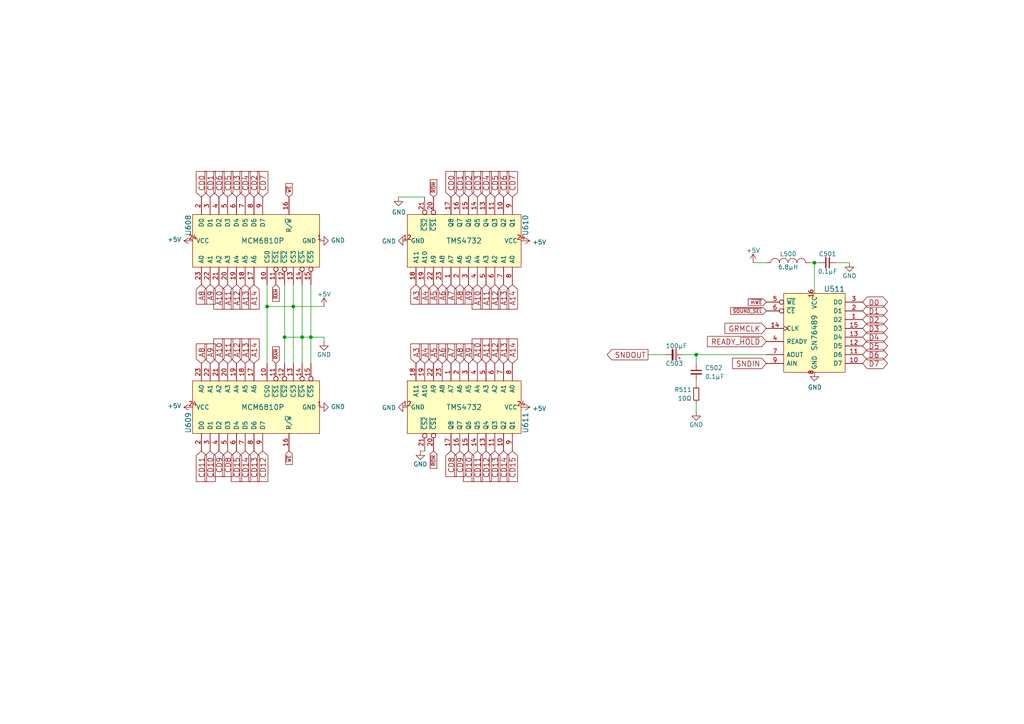
<source format=kicad_sch>
(kicad_sch (version 20250114) (generator "eeschema") (generator_version "9.0")
  (paper "A4")
  (title_block (title "TI-99/4A") (date "2022-02-18") (rev "1.1") (company "Robert Krenicki - https://github.com/rkrenicki/TI99-Motherboard") (comment 3 "Based on the HackMac KiCAD Design"))
  (lib_symbols
    (symbol "Console-rescue:+5V" (power) (pin_names (offset 0))
      (property "Value" "+5V" (at 0 3.556 0))
      (symbol "+5V_0_1"
        (polyline (pts (xy -0.762 1.27) (xy 0 2.54)))
        (polyline (pts (xy 0 2.54) (xy 0.762 1.27)))
        (polyline (pts (xy 0 0) (xy 0 2.54)))
      )
      (symbol "+5V_1_1"
        (pin power_in line (at 0 0 90) (length 0) (hide yes) (name "+5V") (number "1"))
      )
    )
    (symbol "Console-rescue:GND" (power) (pin_names (offset 0))
      (property "Value" "GND" (at 0 -3.81 0))
      (symbol "GND_0_1"
        (polyline (pts (xy 0 0) (xy 0 -1.27) (xy 1.27 -1.27) (xy 0 -2.54) (xy -1.27 -1.27) (xy 0 -1.27)))
      )
      (symbol "GND_1_1"
        (pin power_in line (at 0 0 270) (length 0) (hide yes) (name "GND") (number "1"))
      )
    )
    (symbol "Console-rescue:INDUCTOR_SMALL" (pin_numbers (hide yes)) (pin_names (offset 0) (hide yes))
      (property "Reference" "L" (at 0 2.54 0))
      (property "Value" "INDUCTOR_SMALL" (at 0 -1.27 0))
      (symbol "INDUCTOR_SMALL_0_1"
        (arc (start -5.08 0) (mid -3.81 1.2645) (end -2.54 0))
        (arc (start -2.54 0) (mid -1.27 1.2645) (end 0 0))
        (arc (start 0 0) (mid 1.27 1.2645) (end 2.54 0))
        (arc (start 2.54 0) (mid 3.81 1.2645) (end 5.08 0))
      )
      (symbol "INDUCTOR_SMALL_1_1"
        (pin input line (at -6.35 0 0) (length 1.27) (name "1") (number "1"))
        (pin input line (at 6.35 0 180) (length 1.27) (name "2") (number "2"))
      )
    )
    (symbol "Console-rescue:R_Small" (pin_numbers (hide yes)) (pin_names (offset 0.254) (hide yes))
      (property "Reference" "R" (at 0.762 0.508 0))
      (property "Value" "R_Small" (at 0.762 -1.016 0))
      (symbol "R_Small_0_1"
        (rectangle (start -0.762 1.778) (end 0.762 -1.778) (stroke (width 0.2032)))
      )
      (symbol "R_Small_1_1"
        (pin passive line (at 0 2.54 270) (length 0.762) (name "~") (number "1"))
        (pin passive line (at 0 -2.54 90) (length 0.762) (name "~") (number "2"))
      )
    )
    (symbol "Device:CP_Small" (pin_numbers (hide yes)) (pin_names (offset 0.254) (hide yes))
      (property "Reference" "C" (at 0.254 1.778 0))
      (property "Value" "Device_CP_Small" (at 0.254 -2.032 0))
      (symbol "CP_Small_0_1"
        (rectangle (start -1.524 0.6858) (end 1.524 0.3048))
        (rectangle (start -1.524 -0.3048) (end 1.524 -0.6858) (fill (type outline)))
        (polyline (pts (xy -1.27 1.524) (xy -0.762 1.524)))
        (polyline (pts (xy -1.016 1.27) (xy -1.016 1.778)))
      )
      (symbol "CP_Small_1_1"
        (pin passive line (at 0 2.54 270) (length 1.8542) (name "~") (number "1"))
        (pin passive line (at 0 -2.54 90) (length 1.8542) (name "~") (number "2"))
      )
    )
    (symbol "TI-Customs:C_Small" (pin_numbers (hide yes)) (pin_names (offset 0.254) (hide yes))
      (property "Reference" "C" (at 0.254 1.778 0))
      (property "Value" "C_Small" (at 0.254 -2.032 0))
      (symbol "C_Small_0_1"
        (polyline (pts (xy -1.524 0.508) (xy 1.524 0.508)) (stroke (width 0.3048)))
        (polyline (pts (xy -1.524 -0.508) (xy 1.524 -0.508)) (stroke (width 0.3302)))
      )
      (symbol "C_Small_1_1"
        (pin passive line (at 0 2.54 270) (length 1.905) (name "~") (number "1"))
        (pin passive line (at 0 -2.54 90) (length 2.032) (name "~") (number "2"))
      )
    )
    (symbol "TI-Customs:MCM6810P" (pin_names (offset 1.016))
      (property "Reference" "U" (at 7.62 21.59 0))
      (property "Value" "MCM6810P" (at 0 0 90))
      (symbol "MCM6810P_0_1"
        (rectangle (start -7.62 20.32) (end 7.62 -16.51) (fill (type background)))
      )
      (symbol "MCM6810P_1_1"
        (pin input line (at -12.7 17.78 0) (length 5.08) (name "A0") (number "23"))
        (pin input line (at -12.7 15.24 0) (length 5.08) (name "A1") (number "22"))
        (pin input line (at -12.7 12.7 0) (length 5.08) (name "A2") (number "21"))
        (pin input line (at -12.7 10.16 0) (length 5.08) (name "A3") (number "20"))
        (pin input line (at -12.7 7.62 0) (length 5.08) (name "A4") (number "19"))
        (pin input line (at -12.7 5.08 0) (length 5.08) (name "A5") (number "18"))
        (pin input line (at -12.7 2.54 0) (length 5.08) (name "A6") (number "17"))
        (pin input line (at -12.7 -1.27 0) (length 5.08) (name "CS0") (number "10"))
        (pin input inverted (at -12.7 -3.81 0) (length 5.08) (name "~{CS1}") (number "11"))
        (pin input inverted (at -12.7 -6.35 0) (length 5.08) (name "~{CS2}") (number "12"))
        (pin input line (at -12.7 -8.89 0) (length 5.08) (name "CS3") (number "13"))
        (pin input inverted (at -12.7 -11.43 0) (length 5.08) (name "~{CS4}") (number "14"))
        (pin input inverted (at -12.7 -13.97 0) (length 5.08) (name "~{CS5}") (number "15"))
        (pin power_in line (at 0 20.32 270) (length 0) (name "VCC") (number "24"))
        (pin power_in line (at 0 -16.51 90) (length 0) (name "GND") (number "1"))
        (pin bidirectional line (at 12.7 17.78 180) (length 5.08) (name "D0") (number "2"))
        (pin bidirectional line (at 12.7 15.24 180) (length 5.08) (name "D1") (number "3"))
        (pin bidirectional line (at 12.7 12.7 180) (length 5.08) (name "D2") (number "4"))
        (pin bidirectional line (at 12.7 10.16 180) (length 5.08) (name "D3") (number "5"))
        (pin bidirectional line (at 12.7 7.62 180) (length 5.08) (name "D4") (number "6"))
        (pin bidirectional line (at 12.7 5.08 180) (length 5.08) (name "D5") (number "7"))
        (pin bidirectional line (at 12.7 2.54 180) (length 5.08) (name "D6") (number "8"))
        (pin bidirectional line (at 12.7 0 180) (length 5.08) (name "D7") (number "9"))
        (pin input line (at 12.7 -7.62 180) (length 5.08) (name "R/~{W}") (number "16"))
      )
    )
    (symbol "TI-Customs:SN76489" (pin_names (offset 0.762))
      (property "Reference" "U" (at 8.89 12.7 0))
      (property "Value" "SN76489" (at 0 0 90))
      (symbol "SN76489_0_1"
        (rectangle (start -8.89 11.43) (end 8.89 -11.43) (fill (type background)))
      )
      (symbol "SN76489_1_1"
        (pin input inverted (at -13.97 8.89 0) (length 5.08) (name "~{WE}") (number "5"))
        (pin input inverted (at -13.97 6.35 0) (length 5.08) (name "~{CE}") (number "6"))
        (pin input clock (at -13.97 1.27 0) (length 5.08) (name "CLK") (number "14"))
        (pin output line (at -13.97 -2.54 0) (length 5.08) (name "READY") (number "4"))
        (pin output line (at -13.97 -6.35 0) (length 5.08) (name "AOUT") (number "7"))
        (pin input line (at -13.97 -8.89 0) (length 5.08) (name "AIN") (number "9"))
        (pin power_in line (at 0 11.43 270) (length 0) (name "VCC") (number "16"))
        (pin power_in line (at 0 -11.43 90) (length 0) (name "GND") (number "8"))
        (pin bidirectional line (at 13.97 8.89 180) (length 5.08) (name "D0") (number "3"))
        (pin bidirectional line (at 13.97 6.35 180) (length 5.08) (name "D1") (number "2"))
        (pin bidirectional line (at 13.97 3.81 180) (length 5.08) (name "D2") (number "1"))
        (pin bidirectional line (at 13.97 1.27 180) (length 5.08) (name "D3") (number "15"))
        (pin bidirectional line (at 13.97 -1.27 180) (length 5.08) (name "D4") (number "13"))
        (pin bidirectional line (at 13.97 -3.81 180) (length 5.08) (name "D5") (number "12"))
        (pin bidirectional line (at 13.97 -6.35 180) (length 5.08) (name "D6") (number "11"))
        (pin bidirectional line (at 13.97 -8.89 180) (length 5.08) (name "D7") (number "10"))
      )
    )
    (symbol "TI-Customs:TMS4732" (pin_names (offset 1.016))
      (property "Reference" "U" (at 7.62 17.78 0))
      (property "Value" "TMS4732" (at 0 0 90))
      (symbol "TMS4732_0_1"
        (rectangle (start -7.62 16.51) (end 7.62 -16.51) (fill (type background)))
      )
      (symbol "TMS4732_1_1"
        (pin input line (at -12.7 13.97 0) (length 5.08) (name "A0") (number "8"))
        (pin input line (at -12.7 11.43 0) (length 5.08) (name "A1") (number "7"))
        (pin input line (at -12.7 8.89 0) (length 5.08) (name "A2") (number "6"))
        (pin input line (at -12.7 6.35 0) (length 5.08) (name "A3") (number "5"))
        (pin input line (at -12.7 3.81 0) (length 5.08) (name "A4") (number "4"))
        (pin input line (at -12.7 1.27 0) (length 5.08) (name "A5") (number "3"))
        (pin input line (at -12.7 -1.27 0) (length 5.08) (name "A6") (number "2"))
        (pin input line (at -12.7 -3.81 0) (length 5.08) (name "A7") (number "1"))
        (pin input line (at -12.7 -6.35 0) (length 5.08) (name "A8") (number "23"))
        (pin input line (at -12.7 -8.89 0) (length 5.08) (name "A9") (number "22"))
        (pin input line (at -12.7 -11.43 0) (length 5.08) (name "A10") (number "19"))
        (pin input line (at -12.7 -13.97 0) (length 5.08) (name "A11") (number "18"))
        (pin power_in line (at 0 16.51 270) (length 0) (name "VCC") (number "24"))
        (pin power_in line (at 0 -16.51 90) (length 0) (name "GND") (number "12"))
        (pin bidirectional line (at 12.7 13.97 180) (length 5.08) (name "Q1") (number "9"))
        (pin bidirectional line (at 12.7 11.43 180) (length 5.08) (name "Q2") (number "10"))
        (pin bidirectional line (at 12.7 8.89 180) (length 5.08) (name "Q3") (number "11"))
        (pin bidirectional line (at 12.7 6.35 180) (length 5.08) (name "Q4") (number "13"))
        (pin bidirectional line (at 12.7 3.81 180) (length 5.08) (name "Q5") (number "14"))
        (pin bidirectional line (at 12.7 1.27 180) (length 5.08) (name "Q6") (number "15"))
        (pin bidirectional line (at 12.7 -1.27 180) (length 5.08) (name "Q7") (number "16"))
        (pin bidirectional line (at 12.7 -3.81 180) (length 5.08) (name "Q8") (number "17"))
        (pin input inverted (at 12.7 -8.89 180) (length 5.08) (name "~{CS1}") (number "20"))
        (pin input inverted (at 12.7 -11.43 180) (length 5.08) (name "~{CS2}") (number "21"))
      )
    )
  )
  (junction (at 90.17 97.79))
  (junction (at 77.47 88.9))
  (junction (at 87.63 97.79))
  (junction (at 82.55 97.79))
  (junction (at 236.22 76.2))
  (junction (at 85.09 88.9))
  (junction (at 201.93 102.87))
  (wire (pts (xy 82.55 97.79) (xy 87.63 97.79)))
  (wire (pts (xy 222.25 102.87) (xy 201.93 102.87)))
  (wire (pts (xy 90.17 82.55) (xy 90.17 97.79)))
  (wire (pts (xy 87.63 82.55) (xy 87.63 97.79)))
  (wire (pts (xy 121.92 130.81) (xy 123.19 130.81)))
  (wire (pts (xy 90.17 97.79) (xy 93.98 97.79)))
  (wire (pts (xy 93.98 97.79) (xy 93.98 99.06)))
  (wire (pts (xy 87.63 97.79) (xy 90.17 97.79)))
  (wire (pts (xy 85.09 82.55) (xy 85.09 88.9)))
  (wire (pts (xy 201.93 116.84) (xy 201.93 119.38)))
  (wire (pts (xy 90.17 97.79) (xy 90.17 105.41)))
  (wire (pts (xy 82.55 82.55) (xy 82.55 97.79)))
  (wire (pts (xy 236.22 85.09) (xy 236.22 76.2)))
  (wire (pts (xy 77.47 82.55) (xy 77.47 88.9)))
  (wire (pts (xy 85.09 88.9) (xy 85.09 105.41)))
  (wire (pts (xy 236.22 76.2) (xy 237.49 76.2)))
  (wire (pts (xy 82.55 97.79) (xy 82.55 105.41)))
  (wire (pts (xy 85.09 88.9) (xy 93.98 88.9)))
  (wire (pts (xy 77.47 88.9) (xy 85.09 88.9)))
  (wire (pts (xy 87.63 97.79) (xy 87.63 105.41)))
  (wire (pts (xy 234.95 76.2) (xy 236.22 76.2)))
  (wire (pts (xy 115.57 57.15) (xy 123.19 57.15)))
  (wire (pts (xy 77.47 88.9) (xy 77.47 105.41)))
  (wire (pts (xy 201.93 105.41) (xy 201.93 102.87)))
  (wire (pts (xy 193.04 102.87) (xy 187.96 102.87)))
  (wire (pts (xy 201.93 102.87) (xy 198.12 102.87)))
  (wire (pts (xy 242.57 76.2) (xy 246.38 76.2)))
  (wire (pts (xy 201.93 110.49) (xy 201.93 111.76)))
  (wire (pts (xy 218.44 76.2) (xy 222.25 76.2)))
  (global_label "CD14" (shape input) (at 146.05 130.81 270) (effects (font (size 1.524 1.524))) (property "Intersheetrefs" "${INTERSHEET_REFS}" (effects (hide yes))))
  (global_label "~{SOUND_SEL}" (shape input) (at 222.25 90.17 180) (effects (font (size 0.9906 0.9906))) (property "Intersheetrefs" "${INTERSHEET_REFS}" (effects (hide yes))))
  (global_label "CD15" (shape input) (at 148.59 130.81 270) (effects (font (size 1.524 1.524))) (property "Intersheetrefs" "${INTERSHEET_REFS}" (effects (hide yes))))
  (global_label "A11" (shape input) (at 66.04 82.55 270) (effects (font (size 1.524 1.524))) (property "Intersheetrefs" "${INTERSHEET_REFS}" (effects (hide yes))))
  (global_label "A3" (shape input) (at 120.65 105.41 90) (effects (font (size 1.524 1.524))) (property "Intersheetrefs" "${INTERSHEET_REFS}" (effects (hide yes))))
  (global_label "CD9" (shape input) (at 133.35 130.81 270) (effects (font (size 1.524 1.524))) (property "Intersheetrefs" "${INTERSHEET_REFS}" (effects (hide yes))))
  (global_label "CD0" (shape input) (at 130.81 57.15 90) (effects (font (size 1.524 1.524))) (property "Intersheetrefs" "${INTERSHEET_REFS}" (effects (hide yes))))
  (global_label "~{RAM}" (shape input) (at 80.01 82.55 270) (effects (font (size 0.9906 0.9906))) (property "Intersheetrefs" "${INTERSHEET_REFS}" (effects (hide yes))))
  (global_label "D1" (shape bidirectional) (at 250.19 90.17 0) (effects (font (size 1.524 1.524))) (property "Intersheetrefs" "${INTERSHEET_REFS}" (effects (hide yes))))
  (global_label "A7" (shape input) (at 130.81 82.55 270) (effects (font (size 1.524 1.524))) (property "Intersheetrefs" "${INTERSHEET_REFS}" (effects (hide yes))))
  (global_label "CD1" (shape input) (at 60.96 57.15 90) (effects (font (size 1.524 1.524))) (property "Intersheetrefs" "${INTERSHEET_REFS}" (effects (hide yes))))
  (global_label "CD8" (shape input) (at 130.81 130.81 270) (effects (font (size 1.524 1.524))) (property "Intersheetrefs" "${INTERSHEET_REFS}" (effects (hide yes))))
  (global_label "A11" (shape input) (at 140.97 82.55 270) (effects (font (size 1.524 1.524))) (property "Intersheetrefs" "${INTERSHEET_REFS}" (effects (hide yes))))
  (global_label "CD1" (shape input) (at 133.35 57.15 90) (effects (font (size 1.524 1.524))) (property "Intersheetrefs" "${INTERSHEET_REFS}" (effects (hide yes))))
  (global_label "SNDIN" (shape input) (at 222.25 105.41 180) (effects (font (size 1.524 1.524))) (property "Intersheetrefs" "${INTERSHEET_REFS}" (effects (hide yes))))
  (global_label "A9" (shape input) (at 60.96 82.55 270) (effects (font (size 1.524 1.524))) (property "Intersheetrefs" "${INTERSHEET_REFS}" (effects (hide yes))))
  (global_label "CD2" (shape input) (at 135.89 57.15 90) (effects (font (size 1.524 1.524))) (property "Intersheetrefs" "${INTERSHEET_REFS}" (effects (hide yes))))
  (global_label "CD13" (shape input) (at 143.51 130.81 270) (effects (font (size 1.524 1.524))) (property "Intersheetrefs" "${INTERSHEET_REFS}" (effects (hide yes))))
  (global_label "CD11" (shape input) (at 58.42 130.81 270) (effects (font (size 1.524 1.524))) (property "Intersheetrefs" "${INTERSHEET_REFS}" (effects (hide yes))))
  (global_label "CD4" (shape input) (at 71.12 57.15 90) (effects (font (size 1.524 1.524))) (property "Intersheetrefs" "${INTERSHEET_REFS}" (effects (hide yes))))
  (global_label "D5" (shape bidirectional) (at 250.19 100.33 0) (effects (font (size 1.524 1.524))) (property "Intersheetrefs" "${INTERSHEET_REFS}" (effects (hide yes))))
  (global_label "CD12" (shape input) (at 76.2 130.81 270) (effects (font (size 1.524 1.524))) (property "Intersheetrefs" "${INTERSHEET_REFS}" (effects (hide yes))))
  (global_label "CD2" (shape input) (at 73.66 57.15 90) (effects (font (size 1.524 1.524))) (property "Intersheetrefs" "${INTERSHEET_REFS}" (effects (hide yes))))
  (global_label "D6" (shape bidirectional) (at 250.19 102.87 0) (effects (font (size 1.524 1.524))) (property "Intersheetrefs" "${INTERSHEET_REFS}" (effects (hide yes))))
  (global_label "A12" (shape input) (at 68.58 82.55 270) (effects (font (size 1.524 1.524))) (property "Intersheetrefs" "${INTERSHEET_REFS}" (effects (hide yes))))
  (global_label "A9" (shape input) (at 60.96 105.41 90) (effects (font (size 1.524 1.524))) (property "Intersheetrefs" "${INTERSHEET_REFS}" (effects (hide yes))))
  (global_label "CD10" (shape input) (at 60.96 130.81 270) (effects (font (size 1.524 1.524))) (property "Intersheetrefs" "${INTERSHEET_REFS}" (effects (hide yes))))
  (global_label "A10" (shape input) (at 138.43 82.55 270) (effects (font (size 1.524 1.524))) (property "Intersheetrefs" "${INTERSHEET_REFS}" (effects (hide yes))))
  (global_label "CD15" (shape input) (at 68.58 130.81 270) (effects (font (size 1.524 1.524))) (property "Intersheetrefs" "${INTERSHEET_REFS}" (effects (hide yes))))
  (global_label "A3" (shape input) (at 120.65 82.55 270) (effects (font (size 1.524 1.524))) (property "Intersheetrefs" "${INTERSHEET_REFS}" (effects (hide yes))))
  (global_label "SNDOUT" (shape output) (at 187.96 102.87 180) (effects (font (size 1.524 1.524))) (property "Intersheetrefs" "${INTERSHEET_REFS}" (effects (hide yes))))
  (global_label "A10" (shape input) (at 138.43 105.41 90) (effects (font (size 1.524 1.524))) (property "Intersheetrefs" "${INTERSHEET_REFS}" (effects (hide yes))))
  (global_label "D2" (shape bidirectional) (at 250.19 92.71 0) (effects (font (size 1.524 1.524))) (property "Intersheetrefs" "${INTERSHEET_REFS}" (effects (hide yes))))
  (global_label "A13" (shape input) (at 146.05 82.55 270) (effects (font (size 1.524 1.524))) (property "Intersheetrefs" "${INTERSHEET_REFS}" (effects (hide yes))))
  (global_label "A13" (shape input) (at 71.12 82.55 270) (effects (font (size 1.524 1.524))) (property "Intersheetrefs" "${INTERSHEET_REFS}" (effects (hide yes))))
  (global_label "CD8" (shape input) (at 66.04 130.81 270) (effects (font (size 1.524 1.524))) (property "Intersheetrefs" "${INTERSHEET_REFS}" (effects (hide yes))))
  (global_label "CD5" (shape input) (at 143.51 57.15 90) (effects (font (size 1.524 1.524))) (property "Intersheetrefs" "${INTERSHEET_REFS}" (effects (hide yes))))
  (global_label "GRMCLK" (shape input) (at 222.25 95.25 180) (effects (font (size 1.524 1.524))) (property "Intersheetrefs" "${INTERSHEET_REFS}" (effects (hide yes))))
  (global_label "CD7" (shape input) (at 148.59 57.15 90) (effects (font (size 1.524 1.524))) (property "Intersheetrefs" "${INTERSHEET_REFS}" (effects (hide yes))))
  (global_label "A6" (shape input) (at 128.27 105.41 90) (effects (font (size 1.524 1.524))) (property "Intersheetrefs" "${INTERSHEET_REFS}" (effects (hide yes))))
  (global_label "A14" (shape input) (at 73.66 82.55 270) (effects (font (size 1.524 1.524))) (property "Intersheetrefs" "${INTERSHEET_REFS}" (effects (hide yes))))
  (global_label "CD7" (shape input) (at 76.2 57.15 90) (effects (font (size 1.524 1.524))) (property "Intersheetrefs" "${INTERSHEET_REFS}" (effects (hide yes))))
  (global_label "~{RAM}" (shape input) (at 80.01 105.41 90) (effects (font (size 0.9906 0.9906))) (property "Intersheetrefs" "${INTERSHEET_REFS}" (effects (hide yes))))
  (global_label "A9" (shape input) (at 135.89 82.55 270) (effects (font (size 1.524 1.524))) (property "Intersheetrefs" "${INTERSHEET_REFS}" (effects (hide yes))))
  (global_label "CD6" (shape input) (at 63.5 57.15 90) (effects (font (size 1.524 1.524))) (property "Intersheetrefs" "${INTERSHEET_REFS}" (effects (hide yes))))
  (global_label "CD10" (shape input) (at 135.89 130.81 270) (effects (font (size 1.524 1.524))) (property "Intersheetrefs" "${INTERSHEET_REFS}" (effects (hide yes))))
  (global_label "A11" (shape input) (at 66.04 105.41 90) (effects (font (size 1.524 1.524))) (property "Intersheetrefs" "${INTERSHEET_REFS}" (effects (hide yes))))
  (global_label "D3" (shape bidirectional) (at 250.19 95.25 0) (effects (font (size 1.524 1.524))) (property "Intersheetrefs" "${INTERSHEET_REFS}" (effects (hide yes))))
  (global_label "A13" (shape input) (at 71.12 105.41 90) (effects (font (size 1.524 1.524))) (property "Intersheetrefs" "${INTERSHEET_REFS}" (effects (hide yes))))
  (global_label "CD14" (shape input) (at 71.12 130.81 270) (effects (font (size 1.524 1.524))) (property "Intersheetrefs" "${INTERSHEET_REFS}" (effects (hide yes))))
  (global_label "CD3" (shape input) (at 68.58 57.15 90) (effects (font (size 1.524 1.524))) (property "Intersheetrefs" "${INTERSHEET_REFS}" (effects (hide yes))))
  (global_label "A5" (shape input) (at 125.73 82.55 270) (effects (font (size 1.524 1.524))) (property "Intersheetrefs" "${INTERSHEET_REFS}" (effects (hide yes))))
  (global_label "A12" (shape input) (at 68.58 105.41 90) (effects (font (size 1.524 1.524))) (property "Intersheetrefs" "${INTERSHEET_REFS}" (effects (hide yes))))
  (global_label "CD9" (shape input) (at 63.5 130.81 270) (effects (font (size 1.524 1.524))) (property "Intersheetrefs" "${INTERSHEET_REFS}" (effects (hide yes))))
  (global_label "READY_~{HOLD}" (shape input) (at 222.25 99.06 180) (effects (font (size 1.524 1.524))) (property "Intersheetrefs" "${INTERSHEET_REFS}" (effects (hide yes))))
  (global_label "CD6" (shape input) (at 146.05 57.15 90) (effects (font (size 1.524 1.524))) (property "Intersheetrefs" "${INTERSHEET_REFS}" (effects (hide yes))))
  (global_label "~{ROM}" (shape input) (at 125.73 57.15 90) (effects (font (size 0.9906 0.9906))) (property "Intersheetrefs" "${INTERSHEET_REFS}" (effects (hide yes))))
  (global_label "D4" (shape bidirectional) (at 250.19 97.79 0) (effects (font (size 1.524 1.524))) (property "Intersheetrefs" "${INTERSHEET_REFS}" (effects (hide yes))))
  (global_label "A13" (shape input) (at 146.05 105.41 90) (effects (font (size 1.524 1.524))) (property "Intersheetrefs" "${INTERSHEET_REFS}" (effects (hide yes))))
  (global_label "A14" (shape input) (at 73.66 105.41 90) (effects (font (size 1.524 1.524))) (property "Intersheetrefs" "${INTERSHEET_REFS}" (effects (hide yes))))
  (global_label "CD13" (shape input) (at 73.66 130.81 270) (effects (font (size 1.524 1.524))) (property "Intersheetrefs" "${INTERSHEET_REFS}" (effects (hide yes))))
  (global_label "CD12" (shape input) (at 140.97 130.81 270) (effects (font (size 1.524 1.524))) (property "Intersheetrefs" "${INTERSHEET_REFS}" (effects (hide yes))))
  (global_label "D0" (shape bidirectional) (at 250.19 87.63 0) (effects (font (size 1.524 1.524))) (property "Intersheetrefs" "${INTERSHEET_REFS}" (effects (hide yes))))
  (global_label "CD11" (shape input) (at 138.43 130.81 270) (effects (font (size 1.524 1.524))) (property "Intersheetrefs" "${INTERSHEET_REFS}" (effects (hide yes))))
  (global_label "A12" (shape input) (at 143.51 82.55 270) (effects (font (size 1.524 1.524))) (property "Intersheetrefs" "${INTERSHEET_REFS}" (effects (hide yes))))
  (global_label "D7" (shape bidirectional) (at 250.19 105.41 0) (effects (font (size 1.524 1.524))) (property "Intersheetrefs" "${INTERSHEET_REFS}" (effects (hide yes))))
  (global_label "A5" (shape input) (at 125.73 105.41 90) (effects (font (size 1.524 1.524))) (property "Intersheetrefs" "${INTERSHEET_REFS}" (effects (hide yes))))
  (global_label "A12" (shape input) (at 143.51 105.41 90) (effects (font (size 1.524 1.524))) (property "Intersheetrefs" "${INTERSHEET_REFS}" (effects (hide yes))))
  (global_label "A14" (shape input) (at 148.59 82.55 270) (effects (font (size 1.524 1.524))) (property "Intersheetrefs" "${INTERSHEET_REFS}" (effects (hide yes))))
  (global_label "A6" (shape input) (at 128.27 82.55 270) (effects (font (size 1.524 1.524))) (property "Intersheetrefs" "${INTERSHEET_REFS}" (effects (hide yes))))
  (global_label "A10" (shape input) (at 63.5 105.41 90) (effects (font (size 1.524 1.524))) (property "Intersheetrefs" "${INTERSHEET_REFS}" (effects (hide yes))))
  (global_label "A8" (shape input) (at 58.42 82.55 270) (effects (font (size 1.524 1.524))) (property "Intersheetrefs" "${INTERSHEET_REFS}" (effects (hide yes))))
  (global_label "A7" (shape input) (at 130.81 105.41 90) (effects (font (size 1.524 1.524))) (property "Intersheetrefs" "${INTERSHEET_REFS}" (effects (hide yes))))
  (global_label "A4" (shape input) (at 123.19 82.55 270) (effects (font (size 1.524 1.524))) (property "Intersheetrefs" "${INTERSHEET_REFS}" (effects (hide yes))))
  (global_label "A8" (shape input) (at 58.42 105.41 90) (effects (font (size 1.524 1.524))) (property "Intersheetrefs" "${INTERSHEET_REFS}" (effects (hide yes))))
  (global_label "CD5" (shape input) (at 66.04 57.15 90) (effects (font (size 1.524 1.524))) (property "Intersheetrefs" "${INTERSHEET_REFS}" (effects (hide yes))))
  (global_label "A11" (shape input) (at 140.97 105.41 90) (effects (font (size 1.524 1.524))) (property "Intersheetrefs" "${INTERSHEET_REFS}" (effects (hide yes))))
  (global_label "A14" (shape input) (at 148.59 105.41 90) (effects (font (size 1.524 1.524))) (property "Intersheetrefs" "${INTERSHEET_REFS}" (effects (hide yes))))
  (global_label "CD0" (shape input) (at 58.42 57.15 90) (effects (font (size 1.524 1.524))) (property "Intersheetrefs" "${INTERSHEET_REFS}" (effects (hide yes))))
  (global_label "CD3" (shape input) (at 138.43 57.15 90) (effects (font (size 1.524 1.524))) (property "Intersheetrefs" "${INTERSHEET_REFS}" (effects (hide yes))))
  (global_label "~{WE}" (shape input) (at 83.82 57.15 90) (effects (font (size 0.9906 0.9906))) (property "Intersheetrefs" "${INTERSHEET_REFS}" (effects (hide yes))))
  (global_label "A9" (shape input) (at 135.89 105.41 90) (effects (font (size 1.524 1.524))) (property "Intersheetrefs" "${INTERSHEET_REFS}" (effects (hide yes))))
  (global_label "A4" (shape input) (at 123.19 105.41 90) (effects (font (size 1.524 1.524))) (property "Intersheetrefs" "${INTERSHEET_REFS}" (effects (hide yes))))
  (global_label "CD4" (shape input) (at 140.97 57.15 90) (effects (font (size 1.524 1.524))) (property "Intersheetrefs" "${INTERSHEET_REFS}" (effects (hide yes))))
  (global_label "A8" (shape input) (at 133.35 82.55 270) (effects (font (size 1.524 1.524))) (property "Intersheetrefs" "${INTERSHEET_REFS}" (effects (hide yes))))
  (global_label "~{mWE}" (shape input) (at 222.25 87.63 180) (effects (font (size 0.9906 0.9906))) (property "Intersheetrefs" "${INTERSHEET_REFS}" (effects (hide yes))))
  (global_label "A10" (shape input) (at 63.5 82.55 270) (effects (font (size 1.524 1.524))) (property "Intersheetrefs" "${INTERSHEET_REFS}" (effects (hide yes))))
  (global_label "~{ROM}" (shape input) (at 125.73 130.81 270) (effects (font (size 0.9906 0.9906))) (property "Intersheetrefs" "${INTERSHEET_REFS}" (effects (hide yes))))
  (global_label "~{WE}" (shape input) (at 83.82 130.81 270) (effects (font (size 0.9906 0.9906))) (property "Intersheetrefs" "${INTERSHEET_REFS}" (effects (hide yes))))
  (global_label "A8" (shape input) (at 133.35 105.41 90) (effects (font (size 1.524 1.524))) (property "Intersheetrefs" "${INTERSHEET_REFS}" (effects (hide yes))))
  (symbol (lib_id "TI-Customs:MCM6810P") (at 76.2 69.85 90) (unit 1)
    (property "Reference" "U608" (at 54.61 62.23 0) (effects (font (size 1.524 1.524)) (justify right)))
    (property "Value" "MCM6810P" (at 76.2 69.85 90) (effects (font (size 1.524 1.524))))
    (property "Footprint" "Package_DIP:DIP-24_W15.24mm" (effects (hide yes)))
  )
  (symbol (lib_id "TI-Customs:MCM6810P") (at 76.2 118.11 90) (mirror x) (unit 1)
    (property "Reference" "U609" (at 54.61 125.73 0) (effects (font (size 1.524 1.524)) (justify right)))
    (property "Value" "MCM6810P" (at 76.2 118.11 90) (effects (font (size 1.524 1.524))))
    (property "Footprint" "Package_DIP:DIP-24_W15.24mm" (effects (hide yes)))
  )
  (symbol (lib_id "Console-rescue:GND") (at 93.98 99.06 0) (unit 1)
    (property "Reference" "#PWR067" (effects (hide yes)))
    (property "Value" "GND" (at 93.98 102.87 0))
  )
  (symbol (lib_id "Console-rescue:+5V") (at 93.98 88.9 0) (unit 1)
    (property "Reference" "#PWR068" (effects (hide yes)))
    (property "Value" "+5V" (at 93.98 85.344 0))
  )
  (symbol (lib_id "TI-Customs:TMS4732") (at 134.62 69.85 270) (mirror x) (unit 1)
    (property "Reference" "U610" (at 152.4 62.23 0) (effects (font (size 1.524 1.524)) (justify right)))
    (property "Value" "TMS4732" (at 134.62 69.85 90) (effects (font (size 1.524 1.524))))
    (property "Footprint" "Package_DIP:DIP-24_W15.24mm" (effects (hide yes)))
  )
  (symbol (lib_id "TI-Customs:TMS4732") (at 134.62 118.11 270) (unit 1)
    (property "Reference" "U611" (at 152.4 125.73 0) (effects (font (size 1.524 1.524)) (justify right)))
    (property "Value" "TMS4732" (at 134.62 118.11 90) (effects (font (size 1.524 1.524))))
    (property "Footprint" "Package_DIP:DIP-24_W15.24mm" (effects (hide yes)))
  )
  (symbol (lib_id "Console-rescue:GND") (at 121.92 130.81 0) (unit 1)
    (property "Reference" "#PWR069" (effects (hide yes)))
    (property "Value" "GND" (at 121.92 134.62 0))
  )
  (symbol (lib_id "Console-rescue:GND") (at 115.57 57.15 0) (unit 1)
    (property "Reference" "#PWR0161" (effects (hide yes)))
    (property "Value" "GND" (at 115.697 61.5442 0))
  )
  (symbol (lib_id "Console-rescue:+5V") (at 55.88 69.85 90) (unit 1)
    (property "Reference" "#PWR0162" (effects (hide yes)))
    (property "Value" "+5V" (at 52.6288 69.469 90) (effects (justify left)))
  )
  (symbol (lib_id "Console-rescue:+5V") (at 55.88 118.11 90) (unit 1)
    (property "Reference" "#PWR0163" (effects (hide yes)))
    (property "Value" "+5V" (at 52.6288 117.729 90) (effects (justify left)))
  )
  (symbol (lib_id "Console-rescue:GND") (at 92.71 118.11 90) (unit 1)
    (property "Reference" "#PWR0164" (effects (hide yes)))
    (property "Value" "GND" (at 95.9612 117.983 90) (effects (justify right)))
  )
  (symbol (lib_id "Console-rescue:GND") (at 92.71 69.85 90) (unit 1)
    (property "Reference" "#PWR0165" (effects (hide yes)))
    (property "Value" "GND" (at 95.9612 69.723 90) (effects (justify right)))
  )
  (symbol (lib_id "Console-rescue:+5V") (at 151.13 69.85 270) (unit 1)
    (property "Reference" "#PWR0166" (effects (hide yes)))
    (property "Value" "+5V" (at 154.3812 70.231 90) (effects (justify left)))
  )
  (symbol (lib_id "Console-rescue:+5V") (at 151.13 118.11 270) (unit 1)
    (property "Reference" "#PWR0167" (effects (hide yes)))
    (property "Value" "+5V" (at 154.3812 118.491 90) (effects (justify left)))
  )
  (symbol (lib_id "Console-rescue:GND") (at 118.11 118.11 270) (unit 1)
    (property "Reference" "#PWR0168" (effects (hide yes)))
    (property "Value" "GND" (at 114.8588 118.237 90) (effects (justify right)))
  )
  (symbol (lib_id "Console-rescue:GND") (at 118.11 69.85 270) (unit 1)
    (property "Reference" "#PWR0169" (effects (hide yes)))
    (property "Value" "GND" (at 114.8588 69.977 90) (effects (justify right)))
  )
  (symbol (lib_id "TI-Customs:SN76489") (at 236.22 96.52 0) (unit 1)
    (property "Reference" "U511" (at 245.11 83.82 0) (effects (font (size 1.524 1.524)) (justify right)))
    (property "Value" "SN76489" (at 236.22 96.52 90) (effects (font (size 1.524 1.524))))
    (property "Footprint" "Package_DIP:DIP-16_W7.62mm" (effects (hide yes)))
  )
  (symbol (lib_id "Device:CP_Small") (at 195.58 102.87 270) (mirror x) (unit 1)
    (property "Reference" "C503" (at 195.58 105.41 90))
    (property "Value" "100µF" (at 193.04 100.33 90) (effects (justify left)))
    (property "Footprint" "TI99_Connectors:Capacitor-22.75mm" (effects (hide yes)))
  )
  (symbol (lib_id "TI-Customs:C_Small") (at 201.93 107.95 0) (mirror y) (unit 1)
    (property "Reference" "C502" (at 204.47 106.68 0) (effects (justify right)))
    (property "Value" "0.1µF" (at 204.47 109.22 0) (effects (justify right)))
    (property "Footprint" "TI99_Connectors:Passive-11.50mm" (effects (hide yes)))
  )
  (symbol (lib_id "Console-rescue:R_Small") (at 201.93 114.3 0) (mirror y) (unit 1)
    (property "Reference" "R511" (at 200.66 113.03 0) (effects (justify left)))
    (property "Value" "10Ω" (at 200.66 115.57 0) (effects (justify left)))
    (property "Footprint" "TI99_Connectors:Passive-11.50mm" (effects (hide yes)))
  )
  (symbol (lib_id "Console-rescue:GND") (at 201.93 119.38 0) (mirror y) (unit 1)
    (property "Reference" "#PWR0139" (effects (hide yes)))
    (property "Value" "GND" (at 201.93 123.19 0))
  )
  (symbol (lib_id "Console-rescue:INDUCTOR_SMALL") (at 228.6 76.2 0) (unit 1)
    (property "Reference" "L500" (at 228.6 73.66 0))
    (property "Value" "6.8µH" (at 228.6 77.47 0))
    (property "Footprint" "Resistor_THT:R_Axial_DIN0207_L6.3mm_D2.5mm_P15.24mm_Horizontal" (effects (hide yes)))
  )
  (symbol (lib_id "TI-Customs:C_Small") (at 240.03 76.2 270) (unit 1)
    (property "Reference" "C501" (at 240.03 73.66 90))
    (property "Value" "0.1µF" (at 240.03 78.74 90))
    (property "Footprint" "TI99_Connectors:Passive-11.50mm" (effects (hide yes)))
  )
  (symbol (lib_id "Console-rescue:GND") (at 246.38 76.2 0) (unit 1)
    (property "Reference" "#PWR0170" (effects (hide yes)))
    (property "Value" "GND" (at 246.38 80.01 0))
  )
  (symbol (lib_id "Console-rescue:+5V") (at 218.44 76.2 0) (unit 1)
    (property "Reference" "#PWR0171" (effects (hide yes)))
    (property "Value" "+5V" (at 218.44 72.644 0))
  )
  (symbol (lib_id "Console-rescue:GND") (at 236.22 107.95 0) (unit 1)
    (property "Reference" "#PWR0172" (effects (hide yes)))
    (property "Value" "GND" (at 236.347 112.3442 0))
  )
)
</source>
